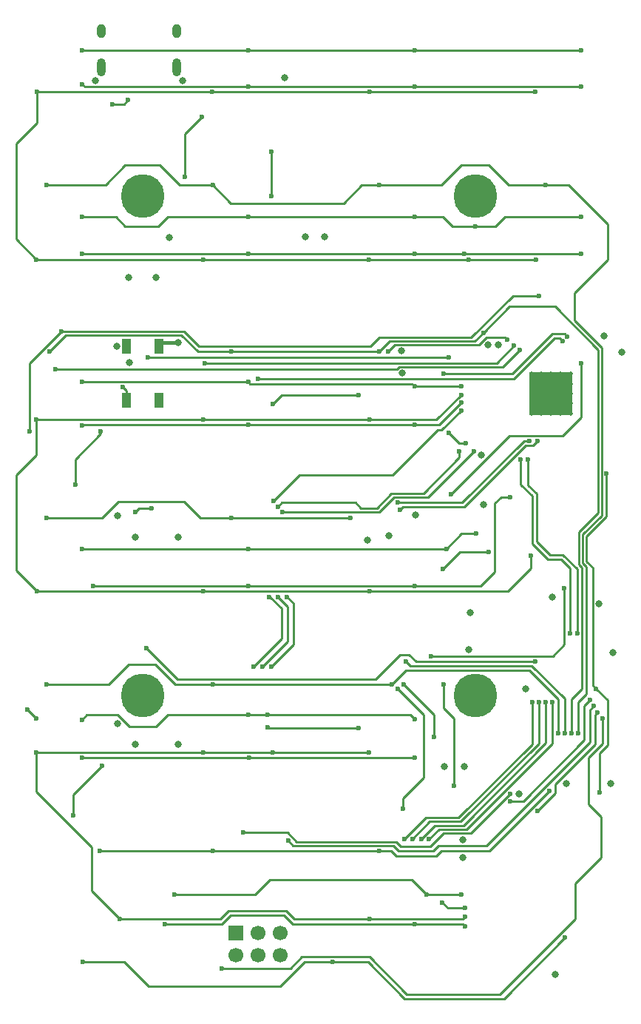
<source format=gtl>
G04 #@! TF.GenerationSoftware,KiCad,Pcbnew,(5.1.10)-1*
G04 #@! TF.CreationDate,2021-06-25T21:48:55+02:00*
G04 #@! TF.ProjectId,tfk21-avr,74666b32-312d-4617-9672-2e6b69636164,A*
G04 #@! TF.SameCoordinates,Original*
G04 #@! TF.FileFunction,Copper,L1,Top*
G04 #@! TF.FilePolarity,Positive*
%FSLAX46Y46*%
G04 Gerber Fmt 4.6, Leading zero omitted, Abs format (unit mm)*
G04 Created by KiCad (PCBNEW (5.1.10)-1) date 2021-06-25 21:48:55*
%MOMM*%
%LPD*%
G01*
G04 APERTURE LIST*
G04 #@! TA.AperFunction,ComponentPad*
%ADD10O,1.000000X2.100000*%
G04 #@! TD*
G04 #@! TA.AperFunction,ComponentPad*
%ADD11O,1.000000X1.600000*%
G04 #@! TD*
G04 #@! TA.AperFunction,SMDPad,CuDef*
%ADD12R,1.100000X1.800000*%
G04 #@! TD*
G04 #@! TA.AperFunction,ComponentPad*
%ADD13C,5.000000*%
G04 #@! TD*
G04 #@! TA.AperFunction,SMDPad,CuDef*
%ADD14R,5.000000X5.000000*%
G04 #@! TD*
G04 #@! TA.AperFunction,ComponentPad*
%ADD15C,0.500000*%
G04 #@! TD*
G04 #@! TA.AperFunction,ComponentPad*
%ADD16R,1.700000X1.700000*%
G04 #@! TD*
G04 #@! TA.AperFunction,ComponentPad*
%ADD17C,1.700000*%
G04 #@! TD*
G04 #@! TA.AperFunction,ViaPad*
%ADD18C,0.800000*%
G04 #@! TD*
G04 #@! TA.AperFunction,ViaPad*
%ADD19C,0.600000*%
G04 #@! TD*
G04 #@! TA.AperFunction,Conductor*
%ADD20C,0.381000*%
G04 #@! TD*
G04 #@! TA.AperFunction,Conductor*
%ADD21C,0.254000*%
G04 #@! TD*
G04 APERTURE END LIST*
D10*
X130129375Y-43214375D03*
X121489375Y-43214375D03*
D11*
X121489375Y-39034375D03*
X130129375Y-39034375D03*
D12*
X128056250Y-81284375D03*
X124356250Y-75084375D03*
X124356250Y-81284375D03*
X128056250Y-75084375D03*
D13*
X164306250Y-115093750D03*
X126206250Y-115093750D03*
D14*
X172974000Y-80518000D03*
D15*
X175224000Y-78268000D03*
X174099000Y-78268000D03*
X172974000Y-78268000D03*
X171849000Y-78268000D03*
X170724000Y-78268000D03*
X175224000Y-79393000D03*
X174099000Y-79393000D03*
X172974000Y-79393000D03*
X171849000Y-79393000D03*
X170724000Y-79393000D03*
X175224000Y-80518000D03*
X174099000Y-80518000D03*
X172974000Y-80518000D03*
X171849000Y-80518000D03*
X170724000Y-80518000D03*
X175224000Y-81643000D03*
X174099000Y-81643000D03*
X172974000Y-81643000D03*
X171849000Y-81643000D03*
X170724000Y-81643000D03*
X175224000Y-82768000D03*
X174099000Y-82768000D03*
X172974000Y-82768000D03*
X171849000Y-82768000D03*
X170724000Y-82768000D03*
D16*
X136906000Y-142240000D03*
D17*
X136906000Y-144780000D03*
X139446000Y-142240000D03*
X139446000Y-144780000D03*
X141986000Y-142240000D03*
X141986000Y-144780000D03*
D13*
X164306250Y-57943750D03*
X126206250Y-57943750D03*
D18*
X144830800Y-62534800D03*
X181127400Y-75768200D03*
X165227000Y-93218000D03*
X173101000Y-103759000D03*
X180060600Y-110109000D03*
X162915600Y-133629400D03*
X123317000Y-94488000D03*
X123317000Y-118237000D03*
X123253848Y-75057000D03*
X157480000Y-94361000D03*
X130251200Y-74701400D03*
X163703000Y-105537000D03*
X174752000Y-125095000D03*
X151993600Y-97282000D03*
X163550600Y-109829600D03*
X142494000Y-44323000D03*
X155854400Y-75615800D03*
X169316400Y-126288800D03*
X173482000Y-146939000D03*
X129286000Y-62611000D03*
X165785804Y-74955400D03*
X130251204Y-120650000D03*
X130251200Y-96900996D03*
X120777006Y-44704000D03*
X130810000Y-44735790D03*
X160782000Y-123190000D03*
X147015200Y-62534800D03*
X178435000Y-104521000D03*
X154432000Y-96774000D03*
X162915600Y-131527590D03*
X179044600Y-73914000D03*
X179832000Y-125095000D03*
X125349000Y-120650000D03*
X124714000Y-76938201D03*
X155956000Y-78105000D03*
X165028795Y-87560260D03*
X166954200Y-74955400D03*
X125349000Y-96901000D03*
X170103800Y-114300000D03*
X163068000Y-123190000D03*
X127762000Y-67183000D03*
X124587000Y-67183000D03*
D19*
X115214408Y-56642000D03*
X153314400Y-56642000D03*
X172364400Y-56642000D03*
X176061778Y-119405400D03*
X134239000Y-56642000D03*
X136423400Y-75692000D03*
X153314400Y-75692000D03*
X165227000Y-73558400D03*
X175309365Y-119405400D03*
X115544596Y-75692000D03*
X115214400Y-94742000D03*
X136423400Y-94742000D03*
X174556952Y-119405400D03*
X149987000Y-94742000D03*
X156337006Y-111125006D03*
X115214400Y-113792000D03*
X134264400Y-113792000D03*
X154736800Y-113792000D03*
X173804539Y-119405400D03*
X174498000Y-102743000D03*
X159283401Y-110566199D03*
X121310400Y-132842000D03*
X134264400Y-132842000D03*
X172770800Y-125983980D03*
X153314406Y-132842000D03*
X174599600Y-142748000D03*
X119380008Y-145542000D03*
X147955000Y-145542000D03*
X168325800Y-126288800D03*
X137718800Y-130759200D03*
X171450000Y-128270000D03*
X178308000Y-116967000D03*
X127254000Y-93599000D03*
X125349000Y-94081600D03*
X126847600Y-76403200D03*
X161264606Y-76377800D03*
X163195000Y-86182200D03*
X161290000Y-85013800D03*
X118237000Y-128778000D03*
X121539000Y-123063000D03*
X129895600Y-137845800D03*
X158724600Y-137820400D03*
X162687000Y-137795000D03*
X138328400Y-117297200D03*
X119278400Y-117830600D03*
X140671306Y-103784400D03*
X138963400Y-111734600D03*
X141198600Y-92760800D03*
X157378400Y-117805200D03*
X162687002Y-82423000D03*
X140563596Y-117297200D03*
X133194289Y-121594600D03*
X123621800Y-140639800D03*
X152200160Y-140643160D03*
X163118800Y-140411188D03*
X114071400Y-121589792D03*
X139979400Y-111734606D03*
X141147800Y-121564400D03*
X141732000Y-103784408D03*
X141693900Y-93433900D03*
X152171400Y-121589796D03*
X162445660Y-87122000D03*
X114071394Y-117703600D03*
X113029999Y-116662205D03*
X116260600Y-77686789D03*
X169418004Y-75488800D03*
X157378400Y-122191289D03*
X138430000Y-122191289D03*
X119278398Y-122174000D03*
X128803400Y-141222560D03*
X157378400Y-141224000D03*
X163118820Y-141478000D03*
X142236850Y-94081600D03*
X140995400Y-111734600D03*
X142773400Y-103784400D03*
X164185600Y-87122004D03*
X133019800Y-48869600D03*
X131064000Y-55702200D03*
X133350000Y-77038200D03*
X168719475Y-75044331D03*
X150952200Y-80695800D03*
X150952200Y-118795800D03*
X141122400Y-81686400D03*
X140563600Y-118668796D03*
X154305000Y-75692002D03*
X167970212Y-74371206D03*
X171599102Y-69319898D03*
X116911400Y-73406000D03*
X113284000Y-84835998D03*
X174294800Y-74523596D03*
X139446000Y-78795600D03*
X174828200Y-73964800D03*
X160710600Y-78232000D03*
X155422600Y-114274600D03*
X156011590Y-128005205D03*
X163118800Y-139395200D03*
X160553400Y-138785600D03*
X159588200Y-119811800D03*
X160604200Y-100609400D03*
X161548800Y-92024200D03*
X176403008Y-77038200D03*
X165862004Y-98628200D03*
X156108400Y-113792000D03*
X121412038Y-84836000D03*
X118491000Y-90932000D03*
X119276250Y-98274750D03*
X138326250Y-98274750D03*
X161012750Y-98274750D03*
X119278400Y-79171800D03*
X138328400Y-79171800D03*
X157378400Y-79705198D03*
X162687000Y-79705200D03*
X164388806Y-96545400D03*
X162686992Y-80645008D03*
X170688014Y-99060000D03*
X152220782Y-103122636D03*
X133145444Y-103122636D03*
X152193434Y-83493160D03*
X133143472Y-83493160D03*
X114071416Y-83489800D03*
X114095436Y-103122636D03*
X162687004Y-81534000D03*
X120523000Y-102489000D03*
X168275000Y-92329000D03*
X157375040Y-102543160D03*
X138325048Y-102543160D03*
X138328410Y-84074000D03*
X157378378Y-84074000D03*
X119278400Y-84124800D03*
X176428400Y-60248800D03*
X157378400Y-60274200D03*
X138328400Y-60274200D03*
X119278400Y-60274200D03*
X176428400Y-41224200D03*
X119278400Y-41224200D03*
X138328400Y-41224200D03*
X157378400Y-41224200D03*
X164287200Y-61341000D03*
X171170584Y-45999390D03*
X152247590Y-45999390D03*
X171246800Y-65151000D03*
X114071400Y-65151000D03*
X133146800Y-65151000D03*
X152171400Y-65151000D03*
X114096800Y-45974000D03*
X134188190Y-45999390D03*
X163601400Y-65151000D03*
X157403800Y-45415200D03*
X138328400Y-45415200D03*
X176428400Y-45415200D03*
X176428400Y-64541400D03*
X119278400Y-64541400D03*
X138328400Y-64541400D03*
X157353000Y-64541400D03*
X163017200Y-64541400D03*
X119253000Y-45085000D03*
X122783602Y-47371000D03*
X124561600Y-46939200D03*
X123952000Y-79756000D03*
X159031795Y-131472797D03*
X173101000Y-115824000D03*
X126619000Y-109601000D03*
X171208520Y-111196410D03*
X157127249Y-131473251D03*
X171596255Y-115822812D03*
X156237795Y-131472795D03*
X170843845Y-115824178D03*
X158142792Y-131472798D03*
X172348621Y-115831128D03*
X135255000Y-146304000D03*
X178879493Y-117665493D03*
X140970000Y-52832106D03*
X140970000Y-57912000D03*
X177863506Y-116268506D03*
X142875000Y-131673600D03*
X177419000Y-115570000D03*
X161874200Y-125374406D03*
X168325812Y-127127000D03*
X160655000Y-113792000D03*
X179351009Y-89662000D03*
X178562000Y-126111000D03*
X178155600Y-114300002D03*
X171475400Y-85902800D03*
X155730703Y-93805507D03*
X169494200Y-88087200D03*
X175158400Y-107975400D03*
X170357800Y-88087200D03*
X175971200Y-107975400D03*
X170484800Y-85902800D03*
X155473400Y-92989400D03*
D20*
X128439225Y-74701400D02*
X128056250Y-75084375D01*
X130251200Y-74701400D02*
X128439225Y-74701400D01*
D21*
X160453387Y-56642000D02*
X153314400Y-56642000D01*
X162723512Y-54371875D02*
X160453387Y-56642000D01*
X165830723Y-54371875D02*
X162723512Y-54371875D01*
X168100848Y-56642000D02*
X165830723Y-54371875D01*
X172364400Y-56642000D02*
X168100848Y-56642000D01*
X151320500Y-56642000D02*
X153314400Y-56642000D01*
X149225000Y-58737500D02*
X151320500Y-56642000D01*
X124221875Y-54371875D02*
X128190625Y-54371875D01*
X121951750Y-56642000D02*
X124221875Y-54371875D01*
X115214408Y-56642000D02*
X121951750Y-56642000D01*
X130460750Y-56642000D02*
X128190625Y-54371875D01*
X134239000Y-56642000D02*
X130460750Y-56642000D01*
X136334500Y-58737500D02*
X149225000Y-58737500D01*
X134239000Y-56642000D02*
X136334500Y-58737500D01*
X176631600Y-96605649D02*
X176631600Y-99923600D01*
X176061778Y-115847722D02*
X176061778Y-119405400D01*
X178771609Y-94465640D02*
X176631600Y-96605649D01*
X176631600Y-99923600D02*
X177038000Y-100330000D01*
X175641000Y-72136000D02*
X178771609Y-75266609D01*
X179451000Y-65222514D02*
X175641000Y-69032514D01*
X179451000Y-61087000D02*
X179451000Y-65222514D01*
X177038000Y-114871500D02*
X176061778Y-115847722D01*
X178771609Y-75266609D02*
X178771609Y-94465640D01*
X175006000Y-56642000D02*
X179451000Y-61087000D01*
X177038000Y-100330000D02*
X177038000Y-114871500D01*
X175641000Y-69032514D02*
X175641000Y-72136000D01*
X172364400Y-56642000D02*
X175006000Y-56642000D01*
X136423400Y-75692000D02*
X153314400Y-75692000D01*
X154501812Y-74504588D02*
X153314400Y-75692000D01*
X164280812Y-74504588D02*
X154501812Y-74504588D01*
X165227000Y-73558400D02*
X164280812Y-74504588D01*
X173431200Y-70561200D02*
X168224200Y-70561200D01*
X178365198Y-75495198D02*
X173431200Y-70561200D01*
X176199800Y-96342200D02*
X178365198Y-94176802D01*
X176199800Y-100066550D02*
X176199800Y-96342200D01*
X168224200Y-70561200D02*
X165227000Y-73558400D01*
X176550601Y-100417351D02*
X176199800Y-100066550D01*
X176550601Y-114279399D02*
X176550601Y-100417351D01*
X178365198Y-94176802D02*
X178365198Y-75495198D01*
X175309365Y-115520635D02*
X176550601Y-114279399D01*
X175309365Y-119405400D02*
X175309365Y-115520635D01*
X136423400Y-75692000D02*
X132537200Y-75692000D01*
X132537200Y-75692000D02*
X130663950Y-73818750D01*
X130663950Y-73818750D02*
X117417846Y-73818750D01*
X117417846Y-73818750D02*
X115544596Y-75692000D01*
X132842000Y-94742000D02*
X136423400Y-94742000D01*
X130968750Y-92868750D02*
X132842000Y-94742000D01*
X123428125Y-92868750D02*
X130968750Y-92868750D01*
X121554875Y-94742000D02*
X123428125Y-92868750D01*
X115214400Y-94742000D02*
X121554875Y-94742000D01*
X136423400Y-94742000D02*
X149987000Y-94742000D01*
X156845000Y-111633000D02*
X156337006Y-111125006D01*
X170793926Y-111633000D02*
X156845000Y-111633000D01*
X174556952Y-119405400D02*
X174556952Y-115396026D01*
X174556952Y-115396026D02*
X170793926Y-111633000D01*
X154736800Y-113792000D02*
X134264400Y-113792000D01*
X129961122Y-113792000D02*
X134264400Y-113792000D01*
X124618750Y-111521875D02*
X127690997Y-111521875D01*
X127690997Y-111521875D02*
X129961122Y-113792000D01*
X122348625Y-113792000D02*
X124618750Y-111521875D01*
X115214400Y-113792000D02*
X122348625Y-113792000D01*
X173820351Y-119389588D02*
X173804539Y-119405400D01*
X173820351Y-115451151D02*
X173820351Y-119389588D01*
X170510200Y-112141000D02*
X173820351Y-115451151D01*
X156387800Y-112141000D02*
X170510200Y-112141000D01*
X154736800Y-113792000D02*
X156387800Y-112141000D01*
X174498000Y-102743000D02*
X174498000Y-109245400D01*
X174498000Y-109245400D02*
X173177201Y-110566199D01*
X173177201Y-110566199D02*
X159283401Y-110566199D01*
X134264400Y-132842000D02*
X121310400Y-132842000D01*
X134264400Y-132842000D02*
X153314406Y-132842000D01*
X165912780Y-132842000D02*
X172770800Y-125983980D01*
X159842200Y-133400800D02*
X160401000Y-132842000D01*
X155270200Y-133400800D02*
X159842200Y-133400800D01*
X160401000Y-132842000D02*
X165912780Y-132842000D01*
X154711400Y-132842000D02*
X155270200Y-133400800D01*
X153314406Y-132842000D02*
X154711400Y-132842000D01*
X152019000Y-145542000D02*
X147955000Y-145542000D01*
X156210000Y-149733000D02*
X152019000Y-145542000D01*
X167614600Y-149733000D02*
X156210000Y-149733000D01*
X174599600Y-142748000D02*
X167614600Y-149733000D01*
X144780000Y-145542000D02*
X147955000Y-145542000D01*
X141986000Y-148336000D02*
X144780000Y-145542000D01*
X126904750Y-148336000D02*
X141986000Y-148336000D01*
X124110750Y-145542000D02*
X126904750Y-148336000D01*
X119380008Y-145542000D02*
X124110750Y-145542000D01*
X163830000Y-130784600D02*
X168325800Y-126288800D01*
X160705800Y-130784600D02*
X163830000Y-130784600D01*
X159181800Y-132308600D02*
X160705800Y-130784600D01*
X155778200Y-132308600D02*
X159181800Y-132308600D01*
X143859504Y-131800590D02*
X155270190Y-131800590D01*
X142818114Y-130759200D02*
X143859504Y-131800590D01*
X155270190Y-131800590D02*
X155778200Y-132308600D01*
X137718800Y-130759200D02*
X142818114Y-130759200D01*
X178054000Y-117221000D02*
X178308000Y-116967000D01*
X178054000Y-120650000D02*
X178054000Y-117221000D01*
X173482000Y-125222000D02*
X178054000Y-120650000D01*
X173482000Y-126238000D02*
X173482000Y-125222000D01*
X171450000Y-128270000D02*
X173482000Y-126238000D01*
X125831600Y-93599000D02*
X125349000Y-94081600D01*
X127254000Y-93599000D02*
X125831600Y-93599000D01*
X161239206Y-76403200D02*
X161264606Y-76377800D01*
X126847600Y-76403200D02*
X161239206Y-76403200D01*
X162458400Y-86182200D02*
X161290000Y-85013800D01*
X163195000Y-86182200D02*
X162458400Y-86182200D01*
X121539000Y-123139200D02*
X121539000Y-123063000D01*
X118237000Y-126441200D02*
X121539000Y-123139200D01*
X118237000Y-128778000D02*
X118237000Y-126441200D01*
X139076686Y-137845800D02*
X140803886Y-136118600D01*
X129895600Y-137845800D02*
X139076686Y-137845800D01*
X157022800Y-136118600D02*
X158724600Y-137820400D01*
X140803886Y-136118600D02*
X157022800Y-136118600D01*
X158750000Y-137795000D02*
X158724600Y-137820400D01*
X162687000Y-137795000D02*
X158750000Y-137795000D01*
X129082800Y-117297200D02*
X138328400Y-117297200D01*
X124701300Y-118618000D02*
X127762000Y-118618000D01*
X123380500Y-117297200D02*
X124701300Y-118618000D01*
X127762000Y-118618000D02*
X129082800Y-117297200D01*
X119811800Y-117297200D02*
X123380500Y-117297200D01*
X119278400Y-117830600D02*
X119811800Y-117297200D01*
X142133599Y-108564401D02*
X138963400Y-111734600D01*
X142133599Y-105100399D02*
X142133599Y-108564401D01*
X140817600Y-103784400D02*
X142133599Y-105100399D01*
X140671306Y-103784400D02*
X140817600Y-103784400D01*
X156870400Y-117297200D02*
X157378400Y-117805200D01*
X138328400Y-117297200D02*
X156870400Y-117297200D01*
X144140051Y-89819349D02*
X141198600Y-92760800D01*
X154854165Y-89819349D02*
X144140051Y-89819349D01*
X159989914Y-84683600D02*
X154854165Y-89819349D01*
X160426402Y-84683600D02*
X159989914Y-84683600D01*
X162687002Y-82423000D02*
X160426402Y-84683600D01*
X142621000Y-139700000D02*
X143564160Y-140643160D01*
X136017000Y-139700000D02*
X142621000Y-139700000D01*
X135073840Y-140643160D02*
X136017000Y-139700000D01*
X123621800Y-140639800D02*
X123625160Y-140643160D01*
X123625160Y-140643160D02*
X135073840Y-140643160D01*
X143564160Y-140643160D02*
X152200160Y-140643160D01*
X152200160Y-140643160D02*
X162886828Y-140643160D01*
X162886828Y-140643160D02*
X163118800Y-140411188D01*
X133194289Y-121594600D02*
X114076208Y-121594600D01*
X114076208Y-121594600D02*
X114071400Y-121589792D01*
X120421400Y-132384800D02*
X114071400Y-126034800D01*
X120421400Y-137439400D02*
X120421400Y-132384800D01*
X114071400Y-126034800D02*
X114071400Y-121589792D01*
X123621800Y-140639800D02*
X120421400Y-137439400D01*
X139979400Y-111734606D02*
X142819399Y-108894607D01*
X142819399Y-108894607D02*
X142819399Y-104871807D01*
X142819399Y-104871807D02*
X141732000Y-103784408D01*
X141693900Y-93433900D02*
X141574799Y-93553001D01*
X141117600Y-121594600D02*
X141147800Y-121564400D01*
X133194289Y-121594600D02*
X141117600Y-121594600D01*
X141147800Y-121564400D02*
X152146004Y-121564400D01*
X152146004Y-121564400D02*
X152171400Y-121589796D01*
X158360914Y-91922600D02*
X162445660Y-87837854D01*
X162445660Y-87837854D02*
X162445660Y-87122000D01*
X153035000Y-93599000D02*
X154711400Y-91922600D01*
X151241993Y-93599000D02*
X153035000Y-93599000D01*
X150606993Y-92964000D02*
X151241993Y-93599000D01*
X142163800Y-92964000D02*
X150606993Y-92964000D01*
X154711400Y-91922600D02*
X158360914Y-91922600D01*
X141693900Y-93433900D02*
X142163800Y-92964000D01*
X114071394Y-117703600D02*
X113029999Y-116662205D01*
X116260600Y-77686789D02*
X155368697Y-77686789D01*
X167481205Y-77425599D02*
X169418004Y-75488800D01*
X155368697Y-77686789D02*
X155629887Y-77425599D01*
X155629887Y-77425599D02*
X167481205Y-77425599D01*
X157226000Y-122174000D02*
X152400000Y-122174000D01*
X138430000Y-122191289D02*
X157378400Y-122191289D01*
X138430000Y-122191289D02*
X119295687Y-122191289D01*
X119295687Y-122191289D02*
X119278398Y-122174000D01*
X142367000Y-140208000D02*
X143383000Y-141224000D01*
X136304375Y-140208000D02*
X142367000Y-140208000D01*
X135289815Y-141222560D02*
X136304375Y-140208000D01*
X128803400Y-141222560D02*
X135289815Y-141222560D01*
X143383000Y-141224000D02*
X157378400Y-141224000D01*
X157378400Y-141224000D02*
X162864820Y-141224000D01*
X162864820Y-141224000D02*
X163118820Y-141478000D01*
X143505199Y-109224801D02*
X143505199Y-104516199D01*
X143505199Y-104516199D02*
X142773400Y-103784400D01*
X140995400Y-111734600D02*
X143505199Y-109224801D01*
X158897605Y-92409999D02*
X164185600Y-87122004D01*
X142236850Y-94081600D02*
X153304950Y-94081600D01*
X153304950Y-94081600D02*
X154976551Y-92409999D01*
X154976551Y-92409999D02*
X158897605Y-92409999D01*
X131064000Y-50825400D02*
X131064000Y-55702200D01*
X133019800Y-48869600D02*
X131064000Y-50825400D01*
X133350000Y-77038200D02*
X133369012Y-77019188D01*
X133369012Y-77019188D02*
X166744618Y-77019188D01*
X166744618Y-77019188D02*
X168719475Y-75044331D01*
X150952200Y-80695800D02*
X142113000Y-80695800D01*
X142113000Y-80695800D02*
X141122400Y-81686400D01*
X140690604Y-118795800D02*
X140563600Y-118668796D01*
X150952200Y-118795800D02*
X140690604Y-118795800D01*
X167670213Y-74071207D02*
X167970212Y-74371206D01*
X165588279Y-74071207D02*
X167670213Y-74071207D01*
X164748487Y-74910999D02*
X165588279Y-74071207D01*
X155086003Y-74910999D02*
X164748487Y-74910999D01*
X154305000Y-75692002D02*
X155086003Y-74910999D01*
X116905060Y-73412340D02*
X116911400Y-73406000D01*
X163823623Y-74098177D02*
X168601902Y-69319898D01*
X168601902Y-69319898D02*
X171599102Y-69319898D01*
X153325337Y-74098177D02*
X163823623Y-74098177D01*
X152341114Y-75082400D02*
X153325337Y-74098177D01*
X132641331Y-75082400D02*
X152341114Y-75082400D01*
X130964931Y-73406000D02*
X132641331Y-75082400D01*
X116911400Y-73406000D02*
X130964931Y-73406000D01*
X113284000Y-84835998D02*
X113284000Y-77033400D01*
X116911400Y-73406000D02*
X113284000Y-77033400D01*
X139461801Y-78811401D02*
X139446000Y-78795600D01*
X168736999Y-78811401D02*
X139461801Y-78811401D01*
X173355000Y-74193400D02*
X168736999Y-78811401D01*
X173964604Y-74193400D02*
X173355000Y-74193400D01*
X174294800Y-74523596D02*
X173964604Y-74193400D01*
X168529000Y-78232000D02*
X160710600Y-78232000D01*
X173096199Y-73664801D02*
X168529000Y-78232000D01*
X174528201Y-73664801D02*
X173096199Y-73664801D01*
X174828200Y-73964800D02*
X174528201Y-73664801D01*
X156011590Y-126817410D02*
X156011590Y-128005205D01*
X158369000Y-124460000D02*
X156011590Y-126817410D01*
X158369000Y-117221000D02*
X158369000Y-124460000D01*
X155422600Y-114274600D02*
X158369000Y-117221000D01*
X161163000Y-139395200D02*
X160553400Y-138785600D01*
X163118800Y-139395200D02*
X161163000Y-139395200D01*
X176403008Y-83235792D02*
X176403008Y-77038200D01*
X174315401Y-85323399D02*
X176403008Y-83235792D01*
X168249601Y-85323399D02*
X174315401Y-85323399D01*
X161548800Y-92024200D02*
X168249601Y-85323399D01*
X162585400Y-98628200D02*
X165862004Y-98628200D01*
X160604200Y-100609400D02*
X162585400Y-98628200D01*
X159588200Y-117271800D02*
X156108400Y-113792000D01*
X159588200Y-119811800D02*
X159588200Y-117271800D01*
X118491000Y-88011009D02*
X118491000Y-90932000D01*
X121412038Y-85089971D02*
X118491000Y-88011009D01*
X121412038Y-84836000D02*
X121412038Y-85089971D01*
X138326250Y-98274750D02*
X119276250Y-98274750D01*
X161012750Y-98274750D02*
X138326250Y-98274750D01*
X138328400Y-79171800D02*
X119278400Y-79171800D01*
X162686998Y-79705198D02*
X162687000Y-79705200D01*
X157378400Y-79705198D02*
X162686998Y-79705198D01*
X157048202Y-79375000D02*
X157378400Y-79705198D01*
X138531600Y-79375000D02*
X157048202Y-79375000D01*
X138328400Y-79171800D02*
X138531600Y-79375000D01*
X161012750Y-98274750D02*
X162742100Y-96545400D01*
X162742100Y-96545400D02*
X164388806Y-96545400D01*
X149780440Y-83493160D02*
X130755840Y-83493160D01*
X149780440Y-83493160D02*
X159838840Y-83493160D01*
X159838840Y-83493160D02*
X162686992Y-80645008D01*
X149780440Y-83493160D02*
X152193434Y-83493160D01*
X130755840Y-83493160D02*
X133143472Y-83493160D01*
X114074776Y-83493160D02*
X114071416Y-83489800D01*
X130755840Y-83493160D02*
X114074776Y-83493160D01*
X168022364Y-103122636D02*
X152220782Y-103122636D01*
X170688014Y-100456986D02*
X168022364Y-103122636D01*
X170688014Y-99060000D02*
X170688014Y-100456986D01*
X114095436Y-103122636D02*
X133145444Y-103122636D01*
X152220782Y-103122636D02*
X133145444Y-103122636D01*
X114071416Y-87528384D02*
X114071416Y-83489800D01*
X111760000Y-89839800D02*
X114071416Y-87528384D01*
X111760000Y-100787200D02*
X111760000Y-89839800D01*
X114095436Y-103122636D02*
X111760000Y-100787200D01*
X157375040Y-102543160D02*
X138325048Y-102543160D01*
X120523000Y-102489000D02*
X120577160Y-102543160D01*
X120577160Y-102543160D02*
X138325048Y-102543160D01*
X138328410Y-84074000D02*
X157378378Y-84074000D01*
X162687004Y-81534000D02*
X160147004Y-84074000D01*
X160147004Y-84074000D02*
X157378378Y-84074000D01*
X119329200Y-84074000D02*
X119278400Y-84124800D01*
X138328410Y-84074000D02*
X119329200Y-84074000D01*
X164918840Y-102543160D02*
X157375040Y-102543160D01*
X166560500Y-100901500D02*
X164918840Y-102543160D01*
X166560500Y-93027500D02*
X166560500Y-100901500D01*
X167259000Y-92329000D02*
X166560500Y-93027500D01*
X168275000Y-92329000D02*
X167259000Y-92329000D01*
X157378400Y-60274200D02*
X138328400Y-60274200D01*
X123139200Y-60274200D02*
X119278400Y-60274200D01*
X124206000Y-61341000D02*
X123139200Y-60274200D01*
X128016000Y-61341000D02*
X124206000Y-61341000D01*
X129082800Y-60274200D02*
X128016000Y-61341000D01*
X138328400Y-60274200D02*
X129082800Y-60274200D01*
X157403800Y-60248800D02*
X157378400Y-60274200D01*
X160578800Y-60248800D02*
X157403800Y-60248800D01*
X166624000Y-61341000D02*
X161671000Y-61341000D01*
X161671000Y-61341000D02*
X160578800Y-60248800D01*
X167716200Y-60248800D02*
X166624000Y-61341000D01*
X176428400Y-60248800D02*
X167716200Y-60248800D01*
X138328400Y-41224200D02*
X119278400Y-41224200D01*
X157378400Y-41224200D02*
X138328400Y-41224200D01*
X176428400Y-41224200D02*
X157378400Y-41224200D01*
X152247590Y-45999390D02*
X171170584Y-45999390D01*
X133146800Y-65151000D02*
X114071400Y-65151000D01*
X152171400Y-65151000D02*
X133146800Y-65151000D01*
X134162800Y-45974000D02*
X134188190Y-45999390D01*
X114096800Y-45974000D02*
X134162800Y-45974000D01*
X152247590Y-45999390D02*
X134188190Y-45999390D01*
X163601400Y-65151000D02*
X152171400Y-65151000D01*
X171246800Y-65151000D02*
X163601400Y-65151000D01*
X111760000Y-51892200D02*
X111760000Y-62839600D01*
X111760000Y-62839600D02*
X114071400Y-65151000D01*
X114096800Y-49555400D02*
X111760000Y-51892200D01*
X114096800Y-45974000D02*
X114096800Y-49555400D01*
X176428400Y-45415200D02*
X157403800Y-45415200D01*
X157403800Y-45415200D02*
X138328400Y-45415200D01*
X138328400Y-64541400D02*
X119278400Y-64541400D01*
X157353000Y-64541400D02*
X138328400Y-64541400D01*
X163017200Y-64541400D02*
X157353000Y-64541400D01*
X176428400Y-64541400D02*
X163017200Y-64541400D01*
X138328400Y-45415200D02*
X119583200Y-45415200D01*
X119583200Y-45415200D02*
X119253000Y-45085000D01*
X124129800Y-47371000D02*
X124561600Y-46939200D01*
X122783602Y-47371000D02*
X124129800Y-47371000D01*
X124356250Y-80160250D02*
X123952000Y-79756000D01*
X124356250Y-81284375D02*
X124356250Y-80160250D01*
X152908000Y-113157000D02*
X155702000Y-110363000D01*
X157535667Y-111196410D02*
X171208520Y-111196410D01*
X156702257Y-110363000D02*
X157535667Y-111196410D01*
X130175000Y-113157000D02*
X152908000Y-113157000D01*
X155702000Y-110363000D02*
X156702257Y-110363000D01*
X126619000Y-109601000D02*
X130175000Y-113157000D01*
X173101000Y-120523000D02*
X173101000Y-115824000D01*
X163271200Y-130352800D02*
X173101000Y-120523000D01*
X160151792Y-130352800D02*
X163271200Y-130352800D01*
X159031795Y-131472797D02*
X160151792Y-130352800D01*
X171596255Y-120567245D02*
X171596255Y-115822812D01*
X159111300Y-129489200D02*
X162674300Y-129489200D01*
X162674300Y-129489200D02*
X171596255Y-120567245D01*
X157127249Y-131473251D02*
X159111300Y-129489200D01*
X170843845Y-120621155D02*
X170843845Y-115824178D01*
X162407600Y-129057400D02*
X170843845Y-120621155D01*
X158653190Y-129057400D02*
X162407600Y-129057400D01*
X156237795Y-131472795D02*
X158653190Y-129057400D01*
X172348621Y-120513379D02*
X172348621Y-115831128D01*
X162941000Y-129921000D02*
X172348621Y-120513379D01*
X159694590Y-129921000D02*
X162941000Y-129921000D01*
X158142792Y-131472798D02*
X159694590Y-129921000D01*
X143129000Y-146304000D02*
X135255000Y-146304000D01*
X144470401Y-144962599D02*
X143129000Y-146304000D01*
X152201599Y-144962599D02*
X144470401Y-144962599D01*
X156464000Y-149225000D02*
X152201599Y-144962599D01*
X178689000Y-133604000D02*
X175768000Y-136525000D01*
X167132000Y-149225000D02*
X156464000Y-149225000D01*
X178689000Y-128905000D02*
X178689000Y-133604000D01*
X177292000Y-127508000D02*
X178689000Y-128905000D01*
X177292000Y-122148600D02*
X177292000Y-127508000D01*
X178879493Y-120561107D02*
X177292000Y-122148600D01*
X175768000Y-140589000D02*
X167132000Y-149225000D01*
X175768000Y-136525000D02*
X175768000Y-140589000D01*
X178879493Y-117665493D02*
X178879493Y-120561107D01*
X140970000Y-52832106D02*
X140970000Y-57912000D01*
X143408400Y-132207000D02*
X142875000Y-131673600D01*
X154914600Y-132207000D02*
X143408400Y-132207000D01*
X159512000Y-132816600D02*
X155524200Y-132816600D01*
X160121600Y-132207000D02*
X159512000Y-132816600D01*
X165608000Y-132207000D02*
X160121600Y-132207000D01*
X177419000Y-120396000D02*
X165608000Y-132207000D01*
X155524200Y-132816600D02*
X154914600Y-132207000D01*
X177419000Y-116713012D02*
X177419000Y-120396000D01*
X177863506Y-116268506D02*
X177419000Y-116713012D01*
X176784000Y-116205000D02*
X176784000Y-120142000D01*
X177419000Y-115570000D02*
X176784000Y-116205000D01*
X176784000Y-120142000D02*
X169799000Y-127127000D01*
X169799000Y-127127000D02*
X168325812Y-127127000D01*
X160655000Y-116493302D02*
X160655000Y-113792000D01*
X161874200Y-117712502D02*
X160655000Y-116493302D01*
X161874200Y-125374406D02*
X161874200Y-117712502D01*
X179351009Y-89662000D02*
X179351009Y-94587991D01*
X179351009Y-94587991D02*
X177063400Y-96875600D01*
X177063400Y-96875600D02*
X177063400Y-99720400D01*
X177754001Y-100411001D02*
X177754001Y-113898403D01*
X177063400Y-99720400D02*
X177754001Y-100411001D01*
X177754001Y-113898403D02*
X178155600Y-114300002D01*
X179458894Y-115603296D02*
X178155600Y-114300002D01*
X179458894Y-120743706D02*
X179458894Y-115603296D01*
X178562000Y-121640600D02*
X179458894Y-120743706D01*
X178562000Y-126111000D02*
X178562000Y-121640600D01*
X171475400Y-85902800D02*
X170895999Y-86482201D01*
X170895999Y-86482201D02*
X170057799Y-86482201D01*
X170057799Y-86482201D02*
X163034492Y-93505508D01*
X163034492Y-93505508D02*
X156030702Y-93505508D01*
X156030702Y-93505508D02*
X155730703Y-93805507D01*
X170805660Y-92218060D02*
X169494200Y-90906600D01*
X175158400Y-107975400D02*
X175158400Y-100507800D01*
X169494200Y-90906600D02*
X169494200Y-88087200D01*
X170805660Y-97679060D02*
X170805660Y-92218060D01*
X172608693Y-99482093D02*
X170805660Y-97679060D01*
X174132693Y-99482093D02*
X172608693Y-99482093D01*
X175158400Y-100507800D02*
X174132693Y-99482093D01*
X175971200Y-100573662D02*
X174330538Y-98933000D01*
X175971200Y-107975400D02*
X175971200Y-100573662D01*
X172847000Y-98933000D02*
X171323000Y-97409000D01*
X171323000Y-91973400D02*
X170357800Y-91008200D01*
X170357800Y-91008200D02*
X170357800Y-88087200D01*
X174330538Y-98933000D02*
X172847000Y-98933000D01*
X171323000Y-97409000D02*
X171323000Y-91973400D01*
X169875200Y-85902800D02*
X162788599Y-92989401D01*
X170484800Y-85902800D02*
X169875200Y-85902800D01*
X155897664Y-92989400D02*
X155473400Y-92989400D01*
X162788599Y-92989401D02*
X155897664Y-92989400D01*
M02*

</source>
